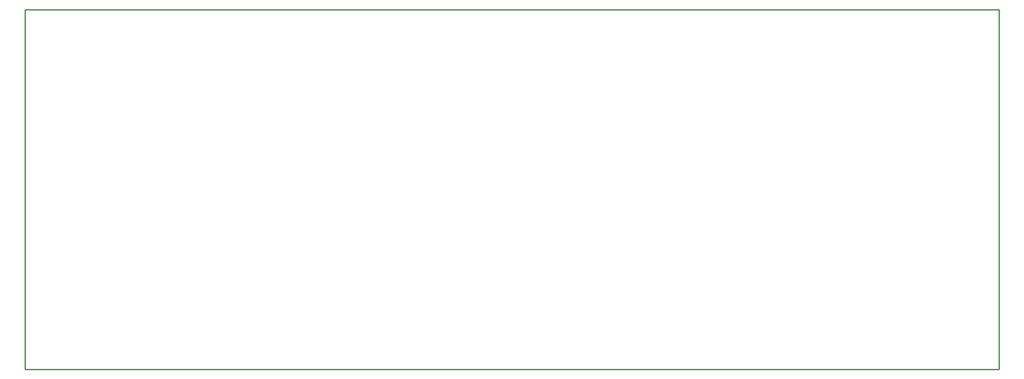
<source format=gm1>
G04*
G04 #@! TF.GenerationSoftware,Altium Limited,Altium Designer,19.0.4 (130)*
G04*
G04 Layer_Color=16711935*
%FSLAX44Y44*%
%MOMM*%
G71*
G01*
G75*
%ADD12C,0.2540*%
D12*
X270000Y1065000D02*
X2149000D01*
Y371000D02*
Y1065000D01*
X270000Y371000D02*
X2149000D01*
X270000D02*
Y1065000D01*
M02*

</source>
